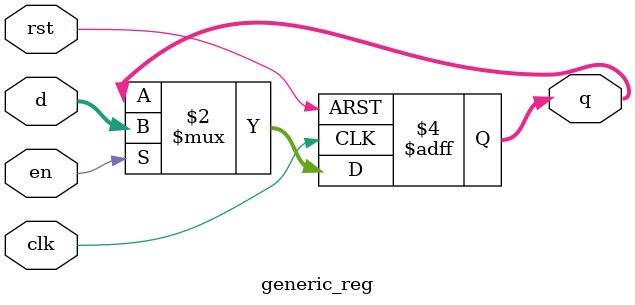
<source format=v>

module generic_reg 
#(parameter WIDTH=13)
(clk, rst, en, d, q);
input clk, rst, en;
input [WIDTH-1:0] d;
output reg [WIDTH-1:0] q;

always @ (posedge rst or posedge clk)
begin
	// Reset whenever the reset signal goes high, regardless of the clock
	// or the clock enable
	if (rst)
	begin
		q <= 0;
	end
	// If not resetting, and the clock signal is enabled on this register,
	// update the register output on the clock's rising edge
	else
	begin
		if (en)
		begin
			q <= d;
		end
	end
end

endmodule 
</source>
